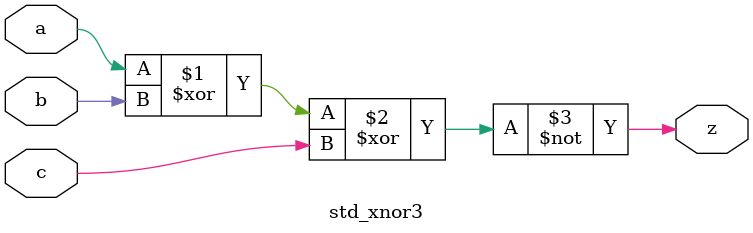
<source format=sv>

module std_xnor3 #(parameter DW = 1 ) // array width
(
	input [DW-1:0]  a,
	input [DW-1:0]  b,
	input [DW-1:0]  c,
	output [DW-1:0] z
);

assign z =  ~(a ^ b ^ c);

endmodule

</source>
